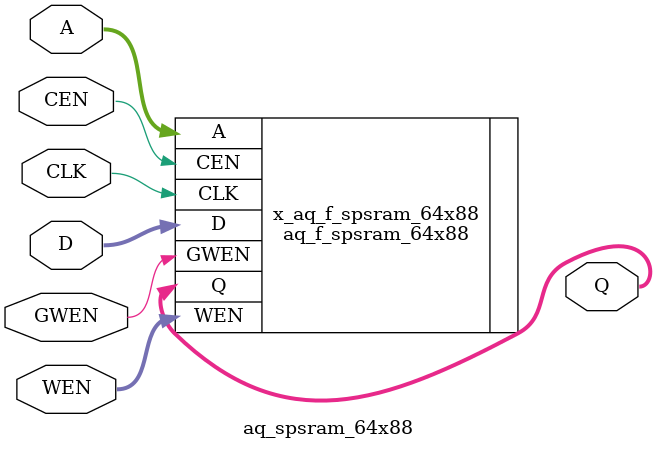
<source format=v>
/*Copyright 2020-2021 T-Head Semiconductor Co., Ltd.

Licensed under the Apache License, Version 2.0 (the "License");
you may not use this file except in compliance with the License.
You may obtain a copy of the License at

    http://www.apache.org/licenses/LICENSE-2.0

Unless required by applicable law or agreed to in writing, software
distributed under the License is distributed on an "AS IS" BASIS,
WITHOUT WARRANTIES OR CONDITIONS OF ANY KIND, either express or implied.
See the License for the specific language governing permissions and
limitations under the License.
*/

// &ModuleBeg; @22
module aq_spsram_64x88 (
  // &Ports, @23
  input    wire  [5 :0]  A,
  input    wire          CEN,
  input    wire          CLK,
  input    wire  [87:0]  D,
  input    wire          GWEN,
  input    wire  [87:0]  WEN,
  output   wire  [87:0]  Q
); 



// &Regs; @24
// &Wires; @25


//**********************************************************
//                  Parameter Definition
//**********************************************************
parameter ADDR_WIDTH = 6;
parameter DATA_WIDTH = 88;
parameter WE_WIDTH   = 88;

// &Force("bus","Q",DATA_WIDTH-1,0); @34
// &Force("bus","WEN",WE_WIDTH-1,0); @35
// &Force("bus","A",ADDR_WIDTH-1,0); @36
// &Force("bus","D",DATA_WIDTH-1,0); @37

  //********************************************************
  //*                        FPGA memory                   *
  //********************************************************
  //{WEN[135:132],WEN[131:99],WEN[98:66],WEN[65:33],WEN[32:0]}
//   &Instance("aq_f_spsram_64x88"); @44
aq_f_spsram_64x88  x_aq_f_spsram_64x88 (
  .A    (A   ),
  .CEN  (CEN ),
  .CLK  (CLK ),
  .D    (D   ),
  .GWEN (GWEN),
  .Q    (Q   ),
  .WEN  (WEN )
);

//   &Instance("aq_tsmc_spsram_64x88"); @50
//   &Instance("aq_umc_spsram_64x88"); @62

// &ModuleEnd; @66
endmodule



</source>
